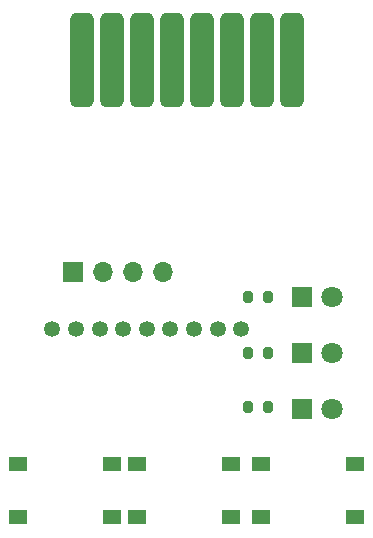
<source format=gts>
G04 #@! TF.GenerationSoftware,KiCad,Pcbnew,(6.0.4)*
G04 #@! TF.CreationDate,2023-05-30T12:56:23+02:00*
G04 #@! TF.ProjectId,MicroPicoDriveCartridge,4d696372-6f50-4696-936f-447269766543,rev?*
G04 #@! TF.SameCoordinates,Original*
G04 #@! TF.FileFunction,Soldermask,Top*
G04 #@! TF.FilePolarity,Negative*
%FSLAX46Y46*%
G04 Gerber Fmt 4.6, Leading zero omitted, Abs format (unit mm)*
G04 Created by KiCad (PCBNEW (6.0.4)) date 2023-05-30 12:56:23*
%MOMM*%
%LPD*%
G01*
G04 APERTURE LIST*
G04 Aperture macros list*
%AMRoundRect*
0 Rectangle with rounded corners*
0 $1 Rounding radius*
0 $2 $3 $4 $5 $6 $7 $8 $9 X,Y pos of 4 corners*
0 Add a 4 corners polygon primitive as box body*
4,1,4,$2,$3,$4,$5,$6,$7,$8,$9,$2,$3,0*
0 Add four circle primitives for the rounded corners*
1,1,$1+$1,$2,$3*
1,1,$1+$1,$4,$5*
1,1,$1+$1,$6,$7*
1,1,$1+$1,$8,$9*
0 Add four rect primitives between the rounded corners*
20,1,$1+$1,$2,$3,$4,$5,0*
20,1,$1+$1,$4,$5,$6,$7,0*
20,1,$1+$1,$6,$7,$8,$9,0*
20,1,$1+$1,$8,$9,$2,$3,0*%
G04 Aperture macros list end*
%ADD10R,1.800000X1.800000*%
%ADD11C,1.800000*%
%ADD12RoundRect,0.200000X-0.200000X-0.275000X0.200000X-0.275000X0.200000X0.275000X-0.200000X0.275000X0*%
%ADD13RoundRect,0.500000X-0.500000X-3.500000X0.500000X-3.500000X0.500000X3.500000X-0.500000X3.500000X0*%
%ADD14R,1.550000X1.300000*%
%ADD15R,1.700000X1.700000*%
%ADD16O,1.700000X1.700000*%
%ADD17C,1.350000*%
G04 APERTURE END LIST*
D10*
X152525000Y-88100000D03*
D11*
X155065000Y-88100000D03*
D12*
X147925000Y-92825000D03*
X149575000Y-92825000D03*
D13*
X133835000Y-67975000D03*
X136375000Y-67975000D03*
X138915000Y-67975000D03*
X141455000Y-67975000D03*
X143995000Y-67975000D03*
X146535000Y-67975000D03*
X149075000Y-67975000D03*
X151615000Y-67975000D03*
D14*
X136400000Y-102250000D03*
X128450000Y-102250000D03*
X136400000Y-106750000D03*
X128450000Y-106750000D03*
D10*
X152525000Y-97550000D03*
D11*
X155065000Y-97550000D03*
D14*
X146475000Y-102250000D03*
X138525000Y-102250000D03*
X146475000Y-106750000D03*
X138525000Y-106750000D03*
D15*
X133065000Y-86000000D03*
D16*
X135605000Y-86000000D03*
X138145000Y-86000000D03*
X140685000Y-86000000D03*
D12*
X147925000Y-97400000D03*
X149575000Y-97400000D03*
D14*
X157000000Y-102225000D03*
X149050000Y-102225000D03*
X157000000Y-106725000D03*
X149050000Y-106725000D03*
D12*
X147925000Y-88100000D03*
X149575000Y-88100000D03*
D10*
X152525000Y-92825000D03*
D11*
X155065000Y-92825000D03*
D17*
X147350000Y-90800000D03*
X145350000Y-90800000D03*
X143350000Y-90800000D03*
X141350000Y-90800000D03*
X139350000Y-90800000D03*
X137350000Y-90800000D03*
X135350000Y-90800000D03*
X133350000Y-90800000D03*
X131350000Y-90800000D03*
M02*

</source>
